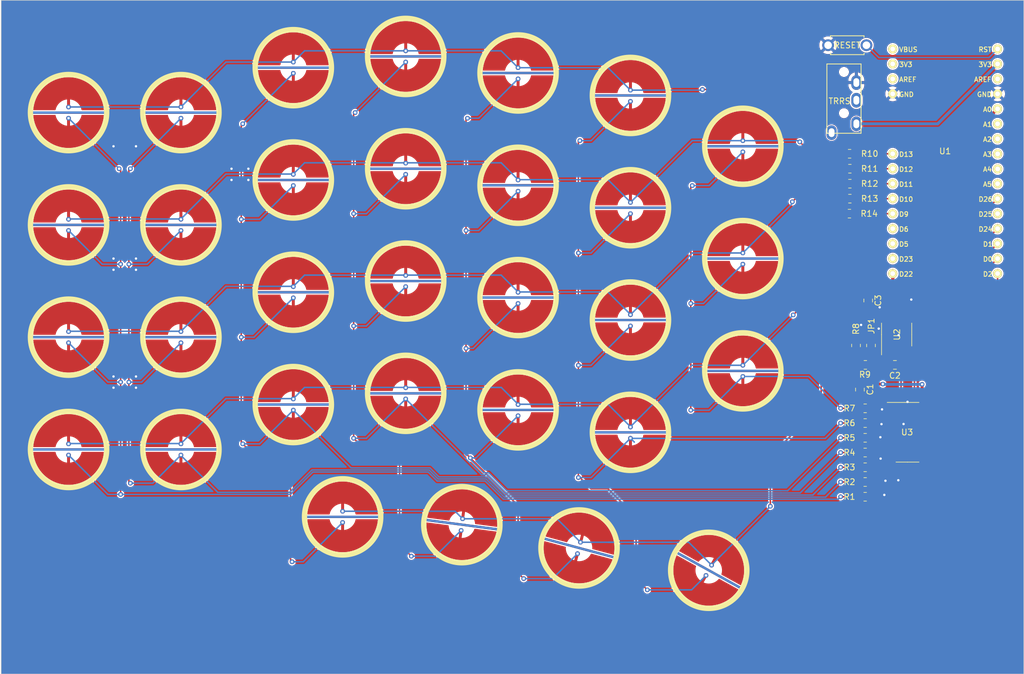
<source format=kicad_pcb>
(kicad_pcb (version 20221018) (generator pcbnew)
  (layers (0 "F.Cu" signal) (31 "B.Cu" signal) (34 "B.Paste" user) (35 "F.Paste" user) (36 "B.SilkS" user "B.Silkscreen") (37 "F.SilkS" user "F.Silkscreen") (38 "B.Mask" user) (39 "F.Mask" user) (44 "Edge.Cuts" user))
  (net 0 "")
  (net 1 "POWER")
  (net 2 "GND")
  (net 3 "DISCHARGE")
  (net 5 "+3.3V")
  (net 7 "ADC")
  (net 8 "Net-(JP1-B)")
  (net 9 "COL0")
  (net 10 "COL1")
  (net 11 "COL2")
  (net 12 "COL3")
  (net 13 "COL4")
  (net 14 "COL5")
  (net 15 "COL6")
  (net 16 "RESET")
  (net 17 "ROW0")
  (net 18 "ROW1")
  (net 19 "ROW2")
  (net 20 "ROW3")
  (net 21 "ROW4")
  (net 23 "SEL0")
  (net 24 "SEL1")
  (net 25 "SEL2")
  (net 26 "EN")
  (net 27 "RAW")
  (net 32 "Net-(R10-Pad2)")
  (net 33 "Net-(R11-Pad2)")
  (net 34 "Net-(R12-Pad2)")
  (net 35 "Net-(R13-Pad2)")
  (net 36 "Net-(R14-Pad2)")
  (footprint "0_tako:ecs_pad_1U_no_ring_90deg" (layer "F.Cu") (at 84.82 95.25 180)
    (fp_text reference "SW31")
    (fp_text value "EC_SW" hide)
  )
  (footprint "0_tako:ecs_pad_1U_no_ring_90deg" (layer "F.Cu") (at 65.77 95.25 180)
    (fp_text reference "SW30")
    (fp_text value "EC_SW" hide)
  )
  (footprint "Resistor_SMD:R_0805_2012Metric_Pad1.20x1.40mm_HandSolder" (layer "F.Cu") (at 200.808375 90.769)
    (fp_text reference "R6")
    (fp_text value "100k")
  )
  (footprint "0_tako:ecs_pad_1U_no_ring_90deg" (layer "F.Cu") (at 132.438488 108.004738 172.5)
    (fp_text reference "SW43")
    (fp_text value "EC_SW" hide)
  )
  (footprint "0_tako:ecs_pad_1U_no_ring_90deg" (layer "F.Cu") (at 161.02 73.29 180)
    (fp_text reference "SW25")
    (fp_text value "EC_SW" hide)
  )
  (footprint "0_tako:ecs_pad_1U_no_ring_90deg" (layer "F.Cu") (at 65.77 57.15 180)
    (fp_text reference "SW10")
    (fp_text value "EC_SW" hide)
  )
  (footprint "Package_SO:SOIC-16_3.9x9.9mm_P1.27mm" (layer "F.Cu") (at 207.983375 92.329)
    (fp_text reference "U3")
    (fp_text value "74HC4051")
  )
  (footprint "0_tako:ecs_pad_1U_no_ring_90deg" (layer "F.Cu") (at 180.07 43.815 180)
    (fp_text reference "SW16")
    (fp_text value "EC_SW" hide)
  )
  (footprint "Resistor_SMD:R_0805_2012Metric_Pad1.20x1.40mm_HandSolder" (layer "F.Cu") (at 198.215 50.165 180)
    (fp_text reference "R12")
    (fp_text value "100" hide)
  )
  (footprint "0_tako:ecs_pad_1U_no_ring_90deg" (layer "F.Cu") (at 122.92 47.625 180)
    (fp_text reference "SW13")
    (fp_text value "EC_SW" hide)
  )
  (footprint "Resistor_SMD:R_0805_2012Metric_Pad1.20x1.40mm_HandSolder" (layer "F.Cu") (at 198.215 52.705 180)
    (fp_text reference "R13")
    (fp_text value "100" hide)
  )
  (footprint "0_tako:ecs_pad_1U_no_ring_90deg" (layer "F.Cu") (at 141.97 31.38 180)
    (fp_text reference "SW04")
    (fp_text value "EC_SW" hide)
  )
  (footprint "0_tako:ecs_pad_1U_no_ring_90deg" (layer "F.Cu") (at 65.77 38.1 180)
    (fp_text reference "SW00")
    (fp_text value "EC_SW" hide)
  )
  (footprint "Resistor_SMD:R_0805_2012Metric_Pad1.20x1.40mm_HandSolder" (layer "F.Cu") (at 200.808375 95.769)
    (fp_text reference "R4")
    (fp_text value "100k")
  )
  (footprint "Capacitor_SMD:C_0805_2012Metric_Pad1.18x1.45mm_HandSolder" (layer "F.Cu") (at 201.317375 69.977 -90)
    (fp_text reference "C3")
    (fp_text value "100n")
  )
  (footprint "0_tako:ecs_pad_1U_no_ring_90deg" (layer "F.Cu") (at 161.02 35.19 180)
    (fp_text reference "SW05")
    (fp_text value "EC_SW" hide)
  )
  (footprint "0_tako:ecs_pad_1U_no_ring_90deg" (layer "F.Cu") (at 84.82 76.2 180)
    (fp_text reference "SW21")
    (fp_text value "EC_SW" hide)
  )
  (footprint "0_tako:ecs_pad_1U_no_ring_90deg" (layer "F.Cu") (at 122.92 66.675 180)
    (fp_text reference "SW23")
    (fp_text value "EC_SW" hide)
  )
  (footprint "Resistor_SMD:R_0805_2012Metric_Pad1.20x1.40mm_HandSolder" (layer "F.Cu") (at 200.808375 103.269)
    (fp_text reference "R1")
    (fp_text value "100k")
  )
  (footprint "Resistor_SMD:R_0805_2012Metric_Pad1.20x1.40mm_HandSolder" (layer "F.Cu") (at 198.1415 55.245 180)
    (fp_text reference "R14")
    (fp_text value "100" hide)
  )
  (footprint "0_tako:ecs_pad_1U_no_ring_90deg" (layer "F.Cu") (at 141.97 50.43 180)
    (fp_text reference "SW14")
    (fp_text value "EC_SW" hide)
  )
  (footprint "Resistor_SMD:R_0805_2012Metric_Pad1.20x1.40mm_HandSolder" (layer "F.Cu") (at 198.1675 45.085 180)
    (fp_text reference "R10")
    (fp_text value "100" hide)
  )
  (footprint "0_tako:ecs_pad_1U_no_ring_90deg" (layer "F.Cu") (at 84.82 57.15 180)
    (fp_text reference "SW11")
    (fp_text value "EC_SW" hide)
  )
  (footprint "0_kbd:ResetSW_1side" (layer "F.Cu") (at 197.775 26.67)
    (fp_text reference "RESET1" hide)
    (fp_text value "SW_PUSH")
  )
  (footprint "0_tako:ecs_pad_1U_no_ring_90deg" (layer "F.Cu") (at 152.304074 111.956181 165)
    (fp_text reference "SW44")
    (fp_text value "EC_SW" hide)
  )
  (footprint "0_tako:ecs_pad_1U_no_ring_90deg" (layer "F.Cu") (at 174.29 115.745 151)
    (fp_text reference "SW45")
    (fp_text value "EC_SW" hide)
  )
  (footprint "Resistor_SMD:R_0805_2012Metric_Pad1.20x1.40mm_HandSolder" (layer "F.Cu") (at 198.215 47.625 180)
    (fp_text reference "R11")
    (fp_text value "100" hide)
  )
  (footprint "0_ae_nrf52840:ae_nrf52840" (layer "F.Cu") (at 214.36 46.421)
    (fp_text reference "U1")
    (fp_text value "~")
  )
  (footprint "0_tako:ecs_pad_1U_no_ring_90deg" (layer "F.Cu") (at 161.02 92.34 180)
    (fp_text reference "SW35")
    (fp_text value "EC_SW" hide)
  )
  (footprint "0_tako:ecs_pad_1U_no_ring_90deg" (layer "F.Cu") (at 103.87 87.63 180)
    (fp_text reference "SW32")
    (fp_text value "EC_SW" hide)
  )
  (footprint "Resistor_SMD:R_0805_2012Metric_Pad1.20x1.40mm_HandSolder" (layer "F.Cu") (at 201.795125 77.61 -90)
    (fp_text reference "JP1")
    (fp_text value "Jumper_2_Open")
  )
  (footprint "0_tako:ecs_pad_1U_no_ring_90deg" (layer "F.Cu") (at 65.77 76.2 180)
    (fp_text reference "SW20")
    (fp_text value "EC_SW" hide)
  )
  (footprint "Resistor_SMD:R_0805_2012Metric_Pad1.20x1.40mm_HandSolder" (layer "F.Cu") (at 200.808375 93.269)
    (fp_text reference "R5")
    (fp_text value "100k")
  )
  (footprint "0_tako:ecs_pad_1U_no_ring_90deg" (layer "F.Cu") (at 122.92 85.725 180)
    (fp_text reference "SW33")
    (fp_text value "EC_SW" hide)
  )
  (footprint "0_tako:ecs_pad_1U_no_ring_90deg" (layer "F.Cu") (at 103.87 49.53 180)
    (fp_text reference "SW12")
    (fp_text value "EC_SW" hide)
  )
  (footprint "Capacitor_SMD:C_0805_2012Metric_Pad1.18x1.45mm_HandSolder" (layer "F.Cu") (at 205.851875 80.896)
    (fp_text reference "C2")
    (fp_text value "220p")
  )
  (footprint "0_tako:ecs_pad_1U_no_ring_90deg" (layer "F.Cu") (at 112.227 106.68 180)
    (fp_text reference "SW42")
    (fp_text value "EC_SW" hide)
  )
  (footprint "Resistor_SMD:R_0805_2012Metric_Pad1.20x1.40mm_HandSolder" (layer "F.Cu") (at 200.842625 80.896 180)
    (fp_text reference "R9")
    (fp_text value "1k")
  )
  (footprint "0_tako:ecs_pad_1U_no_ring_90deg" (layer "F.Cu") (at 180.07 62.865 180)
    (fp_text reference "SW26")
    (fp_text value "EC_SW" hide)
  )
  (footprint "0_tako:ecs_pad_1U_no_ring_90deg" (layer "F.Cu") (at 161.02 54.24 180)
    (fp_text reference "SW15")
    (fp_text value "EC_SW" hide)
  )
  (footprint "0_tako:ecs_pad_1U_no_ring_90deg" (layer "F.Cu") (at 180.07 81.915 180)
    (fp_text reference "SW36")
    (fp_text value "EC_SW" hide)
  )
  (footprint "0_kbd:MJ-4PP-9_1side" (layer "F.Cu") (at 197.215 29.705)
    (fp_text reference "J1")
    (fp_text value "MJ-4PP-9" hide)
  )
  (footprint "0_tako:ecs_pad_1U_no_ring_90deg" (layer "F.Cu") (at 141.97 88.53 180)
    (fp_text reference "SW34")
    (fp_text value "EC_SW" hide)
  )
  (footprint "Resistor_SMD:R_0805_2012Metric_Pad1.20x1.40mm_HandSolder" (layer "F.Cu") (at 200.808375 88.269)
    (fp_text reference "R7")
    (fp_text value "100k")
  )
  (footprint "0_tako:ecs_pad_1U_no_ring_90deg" (layer "F.Cu") (at 141.97 69.48 180)
    (fp_text reference "SW24")
    (fp_text value "EC_SW" hide)
  )
  (footprint "Resistor_SMD:R_0805_2012Metric_Pad1.20x1.40mm_HandSolder" (layer "F.Cu") (at 200.808375 100.769)
    (fp_text reference "R2")
    (fp_text value "100k")
  )
  (footprint "Resistor_SMD:R_0805_2012Metric_Pad1.20x1.40mm_HandSolder" (layer "F.Cu") (at 199.255125 77.61 90)
    (fp_text reference "R8")
    (fp_text value "100k")
  )
  (footprint "Resistor_SMD:R_0805_2012Metric_Pad1.20x1.40mm_HandSolder" (layer "F.Cu") (at 200.808375 98.269)
    (fp_text reference "R3")
    (fp_text value "100k")
  )
  (footprint "0_tako:ecs_pad_1U_no_ring_90deg" (layer "F.Cu") (at 84.82 38.1 180)
    (fp_text reference "SW01")
    (fp_text value "EC_SW" hide)
  )
  (footprint "0_tako:ecs_pad_1U_no_ring_90deg" (layer "F.Cu") (at 103.87 30.48 180)
    (fp_text reference "SW02")
    (fp_text value "EC_SW" hide)
  )
  (footprint "0_tako:ecs_pad_1U_no_ring_90deg" (layer "F.Cu") (at 103.87 68.58 180)
    (fp_text reference "SW22")
    (fp_text value "EC_SW" hide)
  )
  (footprint "0_tako:ecs_pad_1U_no_ring_90deg" (layer "F.Cu") (at 122.92 28.575 180)
    (fp_text reference "SW03")
    (fp_text value "EC_SW" hide)
  )
  (footprint "Package_SO:SOIC-8_3.9x4.9mm_P1.27mm" (layer "F.Cu") (at 206.143375 75.754 90)
    (fp_text reference "U2")
    (fp_text value "OPA350")
  )
  (footprint "Capacitor_SMD:C_0805_2012Metric_Pad1.18x1.45mm_HandSolder" (layer "F.Cu") (at 199.920375 85.09 -90)
    (fp_text reference "C1")
    (fp_text value "100n")
  )
  (gr_line (start 227.695 19.05) (end 113.395 19.05) (stroke (width 0.1)) (layer "Edge.Cuts"))
  (gr_line (start 113.395 19.05) (end 54.34 19.05) (stroke (width 0.1)) (layer "Edge.Cuts"))
  (gr_line (start 227.695 133.35) (end 227.695 19.05) (stroke (width 0.1)) (layer "Edge.Cuts"))
  (gr_line (start 54.34 133.35) (end 227.695 133.35) (stroke (width 0.1)) (layer "Edge.Cuts"))
  (gr_line (start 54.34 19.05) (end 54.34 133.35) (stroke (width 0.1)) (layer "Edge.Cuts"))
  (segment (start 200.017875 84.15) (end 199.920375 84.0525) (width 0.5) (layer "F.Cu") (net 1))
  (segment (start 197.634375 74.6975) (end 201.317375 71.0145) (width 0.5) (layer "F.Cu") (net 1))
  (segment (start 210.458375 87.884) (end 210.458375 84.201) (width 0.5) (layer "F.Cu") (net 1))
  (segment (start 201.317375 71.0145) (end 205.475 66.856875) (width 0.5) (layer "F.Cu") (net 1))
  (segment (start 205.475 66.856875) (end 205.475 65.405) (width 0.5) (layer "F.Cu") (net 1))
  (segment (start 205.508375 65.438375) (end 205.475 65.405) (width 0.5) (layer "F.Cu") (net 1))
  (segment (start 197.634375 81.7665) (end 197.634375 74.6975) (width 0.5) (layer "F.Cu") (net 1))
  (segment (start 205.508375 73.279) (end 205.508375 65.438375) (width 0.5) (layer "F.Cu") (net 1))
  (segment (start 203.805 84.15) (end 200.017875 84.15) (width 0.5) (layer "F.Cu") (net 1))
  (segment (start 199.920375 84.0525) (end 197.634375 81.7665) (width 0.5) (layer "F.Cu") (net 1))
  (via (at 210.458375 84.201) (size 0.8) (drill 0.4) (layers "F.Cu" "B.Cu") (net 1))
  (via (at 203.805 84.15) (size 0.8) (drill 0.4) (layers "F.Cu" "B.Cu") (net 1))
  (segment (start 203.856 84.201) (end 203.805 84.15) (width 0.5) (layer "B.Cu") (net 1))
  (segment (start 210.458375 84.201) (end 205.635375 84.201) (width 0.5) (layer "B.Cu") (net 1))
  (segment (start 205.635375 84.201) (end 203.856 84.201) (width 0.5) (layer "B.Cu") (net 1))
  (via (at 96.25 47.625) (size 0.8) (drill 0.4) (layers "F.Cu" "B.Cu") (net 2))
  (via (at 77.2 82.8675) (size 0.8) (drill 0.4) (layers "F.Cu" "B.Cu") (net 2))
  (via (at 77.2 62.865) (size 0.8) (drill 0.4) (layers "F.Cu" "B.Cu") (net 2))
  (via (at 203.385 93.17) (size 0.8) (drill 0.4) (layers "F.Cu" "B.Cu") (net 2))
  (via (at 206.425 100.47) (size 0.8) (drill 0.4) (layers "F.Cu" "B.Cu") (net 2))
  (via (at 73.39 84.7725) (size 0.8) (drill 0.4) (layers "F.Cu" "B.Cu") (net 2))
  (via (at 207.985 87.17) (size 0.8) (drill 0.4) (layers "F.Cu" "B.Cu") (net 2))
  (via (at 203.425 96.8) (size 0.8) (drill 0.4) (layers "F.Cu" "B.Cu") (net 2))
  (via (at 204.245 100.56) (size 0.8) (drill 0.4) (layers "F.Cu" "B.Cu") (net 2))
  (via (at 73.39 62.865) (size 0.8) (drill 0.4) (layers "F.Cu" "B.Cu") (net 2))
  (via (at 77.2 43.815) (size 0.8) (drill 0.4) (layers "F.Cu" "B.Cu") (net 2))
  (via (at 206.485 75.85) (size 0.8) (drill 0.4) (layers "F.Cu" "B.Cu") (net 2))
  (via (at 73.39 64.77) (size 0.8) (drill 0.4) (layers "F.Cu" "B.Cu") (net 2))
  (via (at 200.115 74.12) (size 0.8) (drill 0.4) (layers "F.Cu" "B.Cu") (net 2))
  (via (at 208.625 69.82) (size 0.8) (drill 0.4) (layers "F.Cu" "B.Cu") (net 2))
  (via (at 93.3925 49.53) (size 0.8) (drill 0.4) (layers "F.Cu" "B.Cu") (net 2))
  (via (at 207.315 90.93) (size 0.8) (drill 0.4) (layers "F.Cu" "B.Cu") (net 2))
  (via (at 93.3925 47.625) (size 0.8) (drill 0.4) (layers "F.Cu" "B.Cu") (net 2))
  (via (at 77.2 64.77) (size 0.8) (drill 0.4) (layers "F.Cu" "B.Cu") (net 2))
  (via (at 203.665 88.45) (size 0.8) (drill 0.4) (layers "F.Cu" "B.Cu") (net 2))
  (via (at 203.105 74.75) (size 0.8) (drill 0.4) (layers "F.Cu" "B.Cu") (net 2))
  (via (at 73.39 43.815) (size 0.8) (drill 0.4) (layers "F.Cu" "B.Cu") (net 2))
  (via (at 73.39 82.8675) (size 0.8) (drill 0.4) (layers "F.Cu" "B.Cu") (net 2))
  (via (at 204.055 102.96) (size 0.8) (drill 0.4) (layers "F.Cu" "B.Cu") (net 2))
  (via (at 96.25 49.53) (size 0.8) (drill 0.4) (layers "F.Cu" "B.Cu") (net 2))
  (via (at 203.575 90.95) (size 0.8) (drill 0.4) (layers "F.Cu" "B.Cu") (net 2))
  (via (at 203.265 71.13) (size 0.8) (drill 0.4) (layers "F.Cu" "B.Cu") (net 2))
  (via (at 77.2 84.7725) (size 0.8) (drill 0.4) (layers "F.Cu" "B.Cu") (net 2))
  (segment (start 206.778375 78.229) (end 206.778375 76.966625) (width 0.25) (layer "F.Cu") (net 3))
  (segment (start 206.889375 89.27833) (end 205.743705 90.424) (width 0.25) (layer "F.Cu") (net 3))
  (segment (start 206.889375 80.896) (end 206.889375 89.27833) (width 0.25) (layer "F.Cu") (net 3))
  (segment (start 210.195 73.55) (end 210.195 65.765) (width 0.25) (layer "F.Cu") (net 3))
  (segment (start 206.889375 80.896) (end 206.494375 81.291) (width 0.25) (layer "F.Cu") (net 3))
  (segment (start 206.778375 78.229) (end 206.778375 80.896) (width 0.25) (layer "F.Cu") (net 3))
  (segment (start 210.195 65.765) (end 223.255 52.705) (width 0.25) (layer "F.Cu") (net 3))
  (segment (start 206.778375 76.966625) (end 210.195 73.55) (width 0.25) (layer "F.Cu") (net 3))
  (segment (start 205.743705 90.424) (end 205.508375 90.424) (width 0.25) (layer "F.Cu") (net 3))
  (segment (start 213.095 40.005) (end 199.315 40.005) (width 0.5) (layer "B.Cu") (net 5))
  (segment (start 223.255 29.845) (end 213.095 40.005) (width 0.5) (layer "B.Cu") (net 5))
  (segment (start 216.01975 44.70025) (end 223.255 37.465) (width 0.5) (layer "F.Cu") (net 7))
  (segment (start 216.01975 51.72525) (end 216.01975 44.70025) (width 0.5) (layer "F.Cu") (net 7))
  (segment (start 201.795125 76.61) (end 199.255125 76.61) (width 0.5) (layer "F.Cu") (net 7))
  (segment (start 206.778375 73.832528) (end 206.778375 73.279) (width 0.5) (layer "F.Cu") (net 7))
  (segment (start 201.795125 76.61) (end 204.000903 76.61) (width 0.5) (layer "F.Cu") (net 7))
  (segment (start 206.778375 73.279) (end 206.778375 60.966625) (width 0.5) (layer "F.Cu") (net 7))
  (segment (start 206.778375 60.966625) (end 216.01975 51.72525) (width 0.5) (layer "F.Cu") (net 7))
  (segment (start 204.000903 76.61) (end 206.778375 73.832528) (width 0.5) (layer "F.Cu") (net 7))
  (segment (start 205.183375 79.529) (end 202.714125 79.529) (width 0.25) (layer "F.Cu") (net 8))
  (segment (start 201.795125 80.8645) (end 201.842625 80.912) (width 0.25) (layer "F.Cu") (net 8))
  (segment (start 202.714125 79.529) (end 201.795125 78.61) (width 0.25) (layer "F.Cu") (net 8))
  (segment (start 201.795125 78.61) (end 199.255125 78.61) (width 0.25) (layer "F.Cu") (net 8))
  (segment (start 201.795125 78.61) (end 201.795125 80.8645) (width 0.25) (layer "F.Cu") (net 8))
  (segment (start 205.508375 79.204) (end 205.183375 79.529) (width 0.25) (layer "F.Cu") (net 8))
  (segment (start 205.508375 78.229) (end 205.508375 79.204) (width 0.25) (layer "F.Cu") (net 8))
  (segment (start 209.258375 93.189) (end 209.483375 92.964) (width 0.25) (layer "F.Cu") (net 9))
  (segment (start 209.483375 92.964) (end 210.458375 92.964) (width 0.25) (layer "F.Cu") (net 9))
  (segment (start 209.258375 99.929) (end 209.258375 93.189) (width 0.25) (layer "F.Cu") (net 9))
  (segment (start 74.595 47.8775) (end 74.595 63.8175) (width 0.25) (layer "F.Cu") (net 9))
  (segment (start 199.808375 103.269) (end 200.833375 104.294) (width 0.25) (layer "F.Cu") (net 9))
  (segment (start 74.595 63.8175) (end 74.595 83.82) (width 0.25) (layer "F.Cu") (net 9))
  (segment (start 74.595 83.82) (end 74.595 102.87) (width 0.25) (layer "F.Cu") (net 9))
  (segment (start 204.893375 104.294) (end 209.258375 99.929) (width 0.25) (layer "F.Cu") (net 9))
  (segment (start 196.648375 103.269) (end 199.808375 103.269) (width 0.25) (layer "F.Cu") (net 9))
  (segment (start 74.3425 47.625) (end 74.595 47.8775) (width 0.25) (layer "F.Cu") (net 9))
  (segment (start 200.833375 104.294) (end 204.893375 104.294) (width 0.25) (layer "F.Cu") (net 9))
  (via (at 74.595 63.8175) (size 0.8) (drill 0.4) (layers "F.Cu" "B.Cu") (net 9))
  (via (at 65.77 58.1025) (size 0.8) (drill 0.4) (layers "F.Cu" "B.Cu") (net 9))
  (via (at 65.77 96.2025) (size 0.8) (drill 0.4) (layers "F.Cu" "B.Cu") (net 9))
  (via (at 74.3425 47.625) (size 0.8) (drill 0.4) (layers "F.Cu" "B.Cu") (net 9))
  (via (at 65.77 39.0525) (size 0.8) (drill 0.4) (layers "F.Cu" "B.Cu") (net 9))
  (via (at 196.648375 103.269) (size 0.8) (drill 0.4) (layers "F.Cu" "B.Cu") (net 9))
  (via (at 74.595 102.87) (size 0.8) (drill 0.4) (layers "F.Cu" "B.Cu") (net 9))
  (via (at 74.595 83.82) (size 0.8) (drill 0.4) (layers "F.Cu" "B.Cu") (net 9))
  (via (at 65.77 77.1525) (size 0.8) (drill 0.4) (layers "F.Cu" "B.Cu") (net 9))
  (segment (start 139.47325 103.6825) (end 196.234875 103.6825) (width 0.25) (layer "B.Cu") (net 9))
  (segment (start 71.485 63.8175) (end 74.595 63.8175) (width 0.25) (layer "B.Cu") (net 9))
  (segment (start 139.47325 103.6825) (end 136.39075 100.6) (width 0.25) (layer "B.Cu") (net 9))
  (segment (start 196.234875 103.6825) (end 196.648375 103.269) (width 0.25) (layer "B.Cu") (net 9))
  (segment (start 128.26275 100.6) (end 126.73875 99.076) (width 0.25) (layer "B.Cu") (net 9))
  (segment (start 65.77 39.0525) (end 74.3425 47.625) (width 0.25) (layer "B.Cu") (net 9))
  (segment (start 72.4375 83.82) (end 74.595 83.82) (width 0.25) (layer "B.Cu") (net 9))
  (segment (start 107.18075 99.076) (end 103.38675 102.87) (width 0.25) (layer "B.Cu") (net 9))
  (segment (start 65.77 96.2025) (end 72.4375 102.87) (width 0.25) (layer "B.Cu") (net 9))
  (segment (start 103.38675 102.87) (end 74.595 102.87) (width 0.25) (layer "B.Cu") (net 9))
  (segment (start 65.77 77.1525) (end 72.4375 83.82) (width 0.25) (layer "B.Cu") (net 9))
  (segment (start 72.4375 102.87) (end 74.595 102.87) (width 0.25) (layer "B.Cu") (net 9))
  (segment (start 136.39075 100.6) (end 128.26275 100.6) (width 0.25) (layer "B.Cu") (net 9))
  (segment (start 126.73875 99.076) (end 107.18075 99.076) (width 0.25) (layer "B.Cu") (net 9))
  (segment (start 65.77 58.1025) (end 71.485 63.8175) (width 0.25) (layer "B.Cu") (net 9))
  (segment (start 206.898401 101.794) (end 208.908375 99.784026) (width 0.25) (layer "F.Cu") (net 10))
  (segment (start 75.995 100.7125) (end 75.995 83.82) (width 0.25) (layer "F.Cu") (net 10))
  (segment (start 199.808375 100.769) (end 200.833375 101.794) (width 0.25) (layer "F.Cu") (net 10))
  (segment (start 75.995 47.8775) (end 76.2475 47.625) (width 0.25) (layer "F.Cu") (net 10))
  (segment (start 196.648375 100.769) (end 199.808375 100.769) (width 0.25) (layer "F.Cu") (net 10))
  (segment (start 200.833375 101.794) (end 206.898401 101.794) (width 0.25) (layer "F.Cu") (net 10))
  (segment (start 75.995 63.8175) (end 75.995 47.8775) (width 0.25) (layer "F.Cu") (net 10))
  (segment (start 76.2475 100.965) (end 75.995 100.7125) (width 0.25) (layer "F.Cu") (net 10))
  (segment (start 208.908375 92.269) (end 209.483375 91.694) (width 0.25) (layer "F.Cu") (net 10))
  (segment (start 208.908375 99.784026) (end 208.908375 92.269) (width 0.25) (layer "F.Cu") (net 10))
  (segment (start 209.483375 91.694) (end 210.458375 91.694) (width 0.25) (layer "F.Cu") (net 10))
  (segment (start 75.995 83.82) (end 75.995 63.8175) (width 0.25) (layer "F.Cu") (net 10))
  (via (at 84.82 39.0525) (size 0.8) (drill 0.4) (layers "F.Cu" "B.Cu") (net 10))
  (via (at 196.648375 100.769) (size 0.8) (drill 0.4) (layers "F.Cu" "B.Cu") (net 10))
  (via (at 84.82 96.2025) (size 0.8) (drill 0.4) (layers "F.Cu" "B.Cu") (net 10))
  (via (at 76.2475 47.625) (size 0.8) (drill 0.4) (layers "F.Cu" "B.Cu") (net 10))
  (via (at 76.2475 100.965) (size 0.8) (drill 0.4) (layers "F.Cu" "B.Cu") (net 10))
  (via (at 84.82 77.1525) (size 0.8) (drill 0.4) (layers "F.Cu" "B.Cu") (net 10))
  (via (at 84.82 58.1025) (size 0.8) (drill 0.4) (layers "F.Cu" "B.Cu") (net 10))
  (via (at 75.995 63.8175) (size 0.8) (drill 0.4) (layers "F.Cu" "B.Cu") (net 10))
  (via (at 75.995 83.82) (size 0.8) (drill 0.4) (layers "F.Cu" "B.Cu") (net 10))
  (segment (start 79.105 63.8175) (end 75.995 63.8175) (width 0.25) (layer "B.Cu") (net 10))
  (segment (start 139.608062 103.309313) (end 139.631249 103.3325) (width 0.25) (layer "B.Cu") (net 10))
  (segment (start 80.0575 100.965) (end 76.2475 100.965) (width 0.25) (layer "B.Cu") (net 10))
  (segment (start 84.82 96.2025) (end 80.0575 100.965) (width 0.25) (layer "B.Cu") (net 10))
  (segment (start 103.241776 102.52) (end 91.06675 102.52) (width 0.25) (layer "B.Cu") (net 10))
  (segment (start 84.82 96.27325) (end 84.82 96.2025) (width 0.25) (layer "B.Cu") (net 10))
  (segment (start 84.82 58.1025) (end 79.105 63.8175) (width 0.25) (layer "B.Cu") (net 10))
  (segment (start 84.82 77.1525) (end 78.1525 83.82) (width 0.25) (layer "B.Cu") (net 10))
  (segment (start 139.608062 103.309313) (end 136.54875 100.25) (width 0.25) (layer "B.Cu") (net 10))
  (segment (start 78.1525 83.82) (end 75.995 83.82) (width 0.25) (layer "B.Cu") (net 10))
  (segment (start 136.54875 100.25) (end 128.407724 100.25) (width 0.25) (layer "B.Cu") (net 10))
  (segment (start 91.06675 102.52) (end 84.82 96.27325) (width 0.25) (layer "B.Cu") (net 10))
  (segment (start 139.631249 103.3325) (end 194.084875 103.3325) (width 0.25) (layer "B.Cu") (net 10))
  (segment (start 107.035776 98.726) (end 103.241776 102.52) (width 0.25) (layer "B.Cu") (net 10))
  (segment (start 194.084875 103.3325) (end 196.648375 100.769) (width 0.25) (layer "B.Cu") (net 10))
  (segment (start 139.63125 103.3325) (end 139.608062 103.309313) (width 0.25) (layer "B.Cu") (net 10))
  (segment (start 76.2475 47.625) (end 84.82 39.0525) (width 0.25) (layer "B.Cu") (net 10))
  (segment (start 128.407724 100.25) (end 126.883724 98.726) (width 0.25) (layer "B.Cu") (net 10))
  (segment (start 126.883724 98.726) (end 107.035776 98.726) (width 0.25) (layer "B.Cu") (net 10))
  (segment (start 95.2975 40.005) (end 95.045 40.2575) (width 0.25) (layer "F.Cu") (net 11))
  (segment (start 95.045 40.2575) (end 95.045 56.1975) (width 0.25) (layer "F.Cu") (net 11))
  (segment (start 208.558375 98.119) (end 208.558375 91.349) (width 0.25) (layer "F.Cu") (net 11))
  (segment (start 97.455 96.455) (end 95.2975 94.2975) (width 0.25) (layer "F.Cu") (net 11))
  (segment (start 95.045 56.1975) (end 95.045 76.2) (width 0.25) (layer "F.Cu") (net 11))
  (segment (start 207.383375 99.294) (end 208.558375 98.119) (width 0.25) (layer "F.Cu") (net 11))
  (segment (start 95.2975 94.2975) (end 95.045 94.045) (width 0.25) (layer "F.Cu") (net 11))
  (segment (start 199.808375 98.269) (end 200.833375 99.294) (width 0.25) (layer "F.Cu") (net 11))
  (segment (start 103.6545 114.3) (end 103.402 114.0475) (width 0.25) (layer "F.Cu") (net 11))
  (segment (start 103.402 97.155) (end 102.702 96.455) (width 0.25) (layer "F.Cu") (net 11))
  (segment (start 103.402 114.0475) (end 103.402 97.155) (width 0.25) (layer "F.Cu") (net 11))
  (segment (start 200.833375 99.294) (end 207.383375 99.294) (width 0.25) (layer "F.Cu") (net 11))
  (segment (start 95.045 94.045) (end 95.045 76.2) (width 0.25) (layer "F.Cu") (net 11))
  (segment (start 209.483375 90.424) (end 210.458375 90.424) (width 0.25) (layer "F.Cu") (net 11))
  (segment (start 208.558375 91.349) (end 209.483375 90.424) (width 0.25) (layer "F.Cu") (net 11))
  (segment (start 196.648375 98.269) (end 199.808375 98.269) (width 0.25) (layer "F.Cu") (net 11))
  (segment (start 102.702 96.455) (end 97.455 96.455) (width 0.25) (layer "F.Cu") (net 11))
  (via (at 103.87 31.4325) (size 0.8) (drill 0.4) (layers "F.Cu" "B.Cu") (net 11))
  (via (at 95.045 76.2) (size 0.8) (drill 0.4) (layers "F.Cu" "B.Cu") (net 11))
  (via (at 112.227 107.6325) (size 0.8) (drill 0.4) (layers "F.Cu" "B.Cu") (net 11))
  (via (at 103.87 50.4825) (size 0.8) (drill 0.4) (layers "F.Cu" "B.Cu") (net 11))
  (via (at 103.87 88.5825) (size 0.8) (drill 0.4) (layers "F.Cu" "B.Cu") (net 11))
  (via (at 95.2975 94.2975) (size 0.8) (drill 0.4) (layers "F.Cu" "B.Cu") (net 11))
  (via (at 103.87 69.5325) (size 0.8) (drill 0.4) (layers "F.Cu" "B.Cu") (net 11))
  (via (at 95.045 56.1975) (size 0.8) (drill 0.4) (layers "F.Cu" "B.Cu") (net 11))
  (via (at 196.648375 98.269) (size 0.8) (drill 0.4) (layers "F.Cu" "B.Cu") (net 11))
  (via (at 95.2975 40.005) (size 0.8) (drill 0.4) (layers "F.Cu" "B.Cu") (net 11))
  (via (at 103.6545 114.3) (size 0.8) (drill 0.4) (layers "F.Cu" "B.Cu") (net 11))
  (segment (start 103.87 88.5825) (end 113.6635 98.376) (width 0.25) (layer "B.Cu") (net 11))
  (segment (start 97.2025 76.2) (end 95.045 76.2) (width 0.25) (layer "B.Cu") (net 11))
  (segment (start 103.87 31.4325) (end 95.2975 40.005) (width 0.25) (layer "B.Cu") (net 11))
  (segment (start 103.87 88.5825) (end 98.155 94.2975) (width 0.25) (layer "B.Cu") (net 11))
  (segment (start 98.155 94.2975) (end 95.2975 94.2975) (width 0.25) (layer "B.Cu") (net 11))
  (segment (start 136.70675 99.9) (end 139.78925 102.9825) (width 0.25) (layer "B.Cu") (net 11))
  (segment (start 139.78925 102.9825) (end 191.934875 102.9825) (width 0.25) (layer "B.Cu") (net 11))
  (segment (start 128.552698 99.9) (end 136.70675 99.9) (width 0.25) (layer "B.Cu") (net 11))
  (segment (start 112.227 107.6325) (end 105.5595 114.3) (width 0.25) (layer "B.Cu") (net 11))
  (segment (start 113.6635 98.376) (end 127.028698 98.376) (width 0.25) (layer "B.Cu") (net 11))
  (segment (start 98.155 56.1975) (end 95.045 56.1975) (width 0.25) (layer "B.Cu") (net 11))
  (segment (start 127.028698 98.376) (end 128.552698 99.9) (width 0.25) (layer "B.Cu") (net 11))
  (segment (start 191.934875 102.9825) (end 196.648375 98.269) (width 0.25) (layer "B.Cu") (net 11))
  (segment (start 103.87 50.4825) (end 98.155 56.1975) (width 0.25) (layer "B.Cu") (net 11))
  (segment (start 103.87 88.5825) (end 103.6545 88.5825) (width 0.25) (layer "B.Cu") (net 11))
  (segment (start 103.87 69.5325) (end 97.2025 76.2) (width 0.25) (layer "B.Cu") (net 11))
  (segment (start 105.5595 114.3) (end 103.6545 114.3) (width 0.25) (layer "B.Cu") (net 11))
  (segment (start 199.808375 95.769) (end 200.833375 94.744) (width 0.25) (layer "F.Cu") (net 12))
  (segment (start 120.017036 95.295464) (end 121.876572 97.155) (width 0.25) (layer "F.Cu") (net 12))
  (segment (start 114.095 38.3525) (end 114.095 55.245) (width 0.25) (layer "F.Cu") (net 12))
  (segment (start 121.876572 111.351572) (end 123.8725 113.3475) (width 0.25) (layer "F.Cu") (net 12))
  (segment (start 116.045464 95.295464) (end 120.017036 95.295464) (width 0.25) (layer "F.Cu") (net 12))
  (segment (start 121.876572 97.155) (end 121.876572 111.351572) (width 0.25) (layer "F.Cu") (net 12))
  (segment (start 204.953375 92.964) (end 205.508375 92.964) (width 0.25) (layer "F.Cu") (net 12))
  (segment (start 114.3475 38.1) (end 114.095 38.3525) (width 0.25) (layer "F.Cu") (net 12))
  (segment (start 114.095 74.295) (end 114.095 93.345) (width 0.25) (layer "F.Cu") (net 12))
  (segment (start 196.648375 95.769) (end 199.808375 95.769) (width 0.25) (layer "F.Cu") (net 12))
  (segment (start 114.095 93.345) (end 116.045464 95.295464) (width 0.25) (layer "F.Cu") (net 12))
  (segment (start 203.173375 94.744) (end 204.953375 92.964) (width 0.25) (layer "F.Cu") (net 12))
  (segment (start 200.833375 94.744) (end 203.173375 94.744) (width 0.25) (layer "F.Cu") (net 12))
  (segment (start 114.095 55.245) (end 114.095 74.295) (width 0.25) (layer "F.Cu") (net 12))
  (via (at 114.095 74.295) (size 0.8) (drill 0.4) (layers "F.Cu" "B.Cu") (net 12))
  (via (at 196.648375 95.769) (size 0.8) (drill 0.4) (layers "F.Cu" "B.Cu") (net 12))
  (via (at 122.92 86.6775) (size 0.8) (drill 0.4) (layers "F.Cu" "B.Cu") (net 12))
  (via (at 123.8725 113.3475) (size 0.8) (drill 0.4) (layers "F.Cu" "B.Cu") (net 12))
  (via (at 122.92 67.6275) (size 0.8) (drill 0.4) (layers "F.Cu" "B.Cu") (net 12))
  (via (at 114.095 55.245) (size 0.8) (drill 0.4) (layers "F.Cu" "B.Cu") (net 12))
  (via (at 114.3475 38.1) (size 0.8) (drill 0.4) (layers "F.Cu" "B.Cu") (net 12))
  (via (at 114.095 93.345) (size 0.8) (drill 0.4) (layers "F.Cu" "B.Cu") (net 12))
  (via (at 122.92 29.5275) (size 0.8) (drill 0.4) (layers "F.Cu" "B.Cu") (net 12))
  (via (at 132.318488 108.984738) (size 0.8) (drill 0.4) (layers "F.Cu" "B.Cu") (net 12))
  (via (at 122.92 48.5775) (size 0.8) (drill 0.4) (layers "F.Cu" "B.Cu") (net 12))
  (segment (start 127.955726 113.3475) (end 132.318488 108.984738) (width 0.25) (layer "B.Cu") (net 12))
  (segment (start 186.55525 102.6325) (end 186.55475 102.632) (width 0.25) (layer "B.Cu") (net 12))
  (segment (start 123.8725 113.3475) (end 127.955726 113.3475) (width 0.25) (layer "B.Cu") (net 12))
  (segment (start 135.7925 99.55) (end 122.92 86.6775) (width 0.25) (layer "B.Cu") (net 12))
  (segment (start 189.785375 102.632) (end 196.648375 95.769) (width 0.25) (layer "B.Cu") (net 12))
  (segment (start 122.92 29.5275) (end 114.3475 38.1) (width 0.25) (layer "B.Cu") (net 12))
  (segment (start 136.86475 99.55) (end 135.7925 99.55) (width 0.25) (layer "B.Cu") (net 12))
  (segment (start 186.55475 102.632) (end 189.785375 102.632) (width 0.25) (layer "B.Cu") (net 12))
  (segment (start 186.55475 102.632) (end 139.94675 102.632) (width 0.25) (layer "B.Cu") (net 12))
  (segment (start 122.92 86.6775) (end 116.2525 93.345) (width 0.25) (layer "B.Cu") (net 12))
  (segment (start 122.92 67.6275) (end 116.2525 74.295) (width 0.25) (layer "B.Cu") (net 12))
  (segment (start 122.92 48.5775) (end 116.2525 55.245) (width 0.25) (layer "B.Cu") (net 12))
  (segment (start 116.2525 55.245) (end 114.095 55.245) (width 0.25) (layer "B.Cu") (net 12))
  (segment (start 116.2525 74.295) (end 114.095 74.295) (width 0.25) (layer "B.Cu") (net 12))
  (segment (start 116.2525 93.345) (end 114.095 93.345) (width 0.25) (layer "B.Cu") (net 12))
  (segment (start 139.94675 102.632) (end 136.86475 99.55) (width 0.25) (layer "B.Cu") (net 12))
  (segment (start 196.648375 93.269) (end 199.808375 93.269) (width 0.25) (layer "F.Cu") (net 13))
  (segment (start 142.9225 117.1575) (end 141.97 116.205) (width 0.25) (layer "F.Cu") (net 13))
  (segment (start 200.833375 92.244) (end 204.958375 92.244) (width 0.25) (layer "F.Cu") (net 13))
  (segment (start 204.958375 92.244) (end 205.508375 91.694) (width 0.25) (layer "F.Cu") (net 13))
  (segment (start 133.145 78.105) (end 133.145 58.1025) (width 0.25) (layer "F.Cu") (net 13))
  (segment (start 133.145 58.1025) (end 133.145 39.305) (width 0.25) (layer "F.Cu") (net 13))
  (segment (start 141.97 116.205) (end 141.97 104.775) (width 0.25) (layer "F.Cu") (net 13))
  (segment (start 133.145 95.95) (end 133.145 78.105) (width 0.25) (layer "F.Cu") (net 13))
  (segment (start 133.87375 96.67875) (end 133.145 95.95) (width 0.25) (layer "F.Cu") (net 13))
  (segment (start 199.808375 93.269) (end 200.833375 92.244) (width 0.25) (layer "F.Cu") (net 13))
  (segment (start 141.97 104.775) (end 133.87375 96.67875) (width 0.25) (layer "F.Cu") (net 13))
  (segment (start 133.145 39.305) (end 133.3975 39.0525) (width 0.25) (layer "F.Cu") (net 13))
  (via (at 141.97 70.485) (size 0.8) (drill 0.4) (layers "F.Cu" "B.Cu") (net 13))
  (via (at 133.145 78.105) (size 0.8) (drill 0.4) (layers "F.Cu" "B.Cu") (net 13))
  (via (at 133.145 58.1025) (size 0.8) (drill 0.4) (layers "F.Cu" "B.Cu") (net 13))
  (via (at 133.87375 96.67875) (size 0.8) (drill 0.4) (layers "F.Cu" "B.Cu") (net 13))
  (via (at 141.97 89.535) (size 0.8) (drill 0.4) (layers "F.Cu" "B.Cu") (net 13))
  (via (at 152.048488 112.924738) (size 0.8) (drill 0.4) (layers "F.Cu" "B.Cu") (net 13))
  (via (at 141.97 32.385) (size 0.8) (drill 0.4) (layers "F.Cu" "B.Cu") (net 13))
  (via (at 142.9225 117.1575) (size 0.8) (drill 0.4) (layers "F.Cu" "B.Cu") (net 13))
  (via (at 196.648375 93.269) (size 0.8) (drill 0.4) (layers "F.Cu" "B.Cu") (net 13))
  (via (at 141.97 51.435) (size 0.8) (drill 0.4) (layers "F.Cu" "B.Cu") (net 13))
  (via (at 133.3975 39.0525) (size 0.8) (drill 0.4) (layers "F.Cu" "B.Cu") (net 13))
  (segment (start 187.666375 102.251) (end 196.648375 93.269) (width 0.25) (layer "B.Cu") (net 13))
  (segment (start 141.97 89.535) (end 134.82625 96.67875) (width 0.25) (layer "B.Cu") (net 13))
  (segment (start 135.3025 58.1025) (end 133.145 58.1025) (width 0.25) (layer "B.Cu") (net 13))
  (segment (start 134.35 78.105) (end 133.145 78.105) (width 0.25) (layer "B.Cu") (net 13))
  (segment (start 142.9225 117.1575) (end 147.815726 117.1575) (width 0.25) (layer "B.Cu") (net 13))
  (segment (start 141.97 70.485) (end 134.35 78.105) (width 0.25) (layer "B.Cu") (net 13))
  (segment (start 141.97 32.385) (end 135.3025 39.0525) (width 0.25) (layer "B.Cu") (net 13))
  (segment (start 147.815726 117.1575) (end 152.048488 112.924738) (width 0.25) (layer "B.Cu") (net 13))
  (segment (start 135.3025 39.0525) (end 133.3975 39.0525) (width 0.25) (layer "B.Cu") (net 13))
  (segment (start 133.87375 96.67875) (end 133.87375 96.94) (width 0.25) (layer "B.Cu") (net 13))
  (segment (start 186.441776 102.251) (end 187.666375 102.251) (width 0.25) (layer "B.Cu") (net 13))
  (segment (start 136.13375 99.2) (end 137.009724 99.2) (width 0.25) (layer "B.Cu") (net 13))
  (segment (start 141.97 51.435) (end 135.3025 58.1025) (width 0.25) (layer "B.Cu") (net 13))
  (segment (start 137.009724 99.2) (end 140.060724 102.251) (width 0.25) (layer "B.Cu") (net 13))
  (segment (start 140.060724 102.251) (end 186.441776 102.251) (width 0.25) (layer "B.Cu") (net 13))
  (segment (start 134.82625 96.67875) (end 133.87375 96.67875) (width 0.25) (layer "B.Cu") (net 13))
  (segment (start 133.87375 96.94) (end 136.13375 99.2) (width 0.25) (layer "B.Cu") (net 13))
  (segment (start 152.195 100.0125) (end 152.4475 100.0125) (width 0.25) (layer "F.Cu") (net 14))
  (segment (start 152.195 80.9625) (end 152.195 80.97125) (width 0.25) (layer "F.Cu") (net 14))
  (segment (start 157.21 101.9175) (end 161.9725 106.68) (width 0.25) (layer "F.Cu") (net 14))
  (segment (start 154.3525 101.9175) (end 157.21 101.9175) (width 0.25) (layer "F.Cu") (net 14))
  (segment (start 196.648375 90.769) (end 199.808375 90.769) (width 0.25) (layer "F.Cu") (net 14))
  (segment (start 152.4475 42.8625) (end 152.195 43.115) (width 0.25) (layer "F.Cu") (net 14))
  (segment (start 152.195 43.115) (end 152.195 61.9125) (width 0.25) (layer "F.Cu") (net 14))
  (segment (start 199.808375 90.769) (end 200.833375 89.744) (width 0.25) (layer "F.Cu") (net 14))
  (segment (start 152.195 61.9125) (end 152.195 80.9625) (width 0.25) (layer "F.Cu") (net 14))
  (segment (start 152.4475 100.0125) (end 154.3525 101.9175) (width 0.25) (layer "F.Cu") (net 14))
  (segment (start 204.918375 89.744) (end 205.508375 89.154) (width 0.25) (layer "F.Cu") (net 14))
  (segment (start 161.9725 117.1575) (end 163.8775 119.0625) (width 0.25) (layer "F.Cu") (net 14))
  (segment (start 161.9725 106.68) (end 161.9725 117.1575) (width 0.25) (layer "F.Cu") (net 14))
  (segment (start 200.833375 89.744) (end 204.918375 89.744) (width 0.25) (layer "F.Cu") (net 14))
  (segment (start 152.195 80.9625) (end 152.195 100.0125) (width 0.25) (layer "F.Cu") (net 14))
  (via (at 152.195 61.9125) (size 0.8) (drill 0.4) (layers "F.Cu" "B.Cu") (net 14))
  (via (at 161.02 93.345) (size 0.8) (drill 0.4) (layers "F.Cu" "B.Cu") (net 14))
  (via (at 163.8775 119.0625) (size 0.8) (drill 0.4) (layers "F.Cu" "B.Cu") (net 14))
  (via (at 152.195 80.9625) (size 0.8) (drill 0.4) (layers "F.Cu" "B.Cu") (net 14))
  (via (at 161.02 55.245) (size 0.8) (drill 0.4) (layers "F.Cu" "B.Cu") (net 14))
  (via (at 173.825262 116.618488) (size 0.8) (drill 0.4) (layers "F.Cu" "B.Cu") (net 14))
  (via (at 196.648375 90.769) (size 0.8) (drill 0.4) (layers "F.Cu" "B.Cu") (net 14))
  (via (at 161.02 36.195) (size 0.8) (drill 0.4) (layers "F.Cu" "B.Cu") (net 14))
  (via (at 161.02 74.295) (size 0.8) (drill 0.4) (layers "F.Cu" "B.Cu") (net 14))
  (via (at 152.195 100.0125) (size 0.8) (drill 0.4) (layers "F.Cu" "B.Cu") (net 14))
  (via (at 152.4475 42.8625) (size 0.8) (drill 0.4) (layers "F.Cu" "B.Cu") (net 14))
  (segment (start 161.02 93.345) (end 161.671 93.996) (width 0.25) (layer "B.Cu") (net 14))
  (segment (start 154.3525 61.9125) (end 152.195 61.9125) (width 0.25) (layer "B.Cu") (net 14))
  (segment (start 194.048375 93.369) (end 196.648375 90.769) (width 0.25) (layer "B.Cu") (net 14))
  (segment (start 161.02 74.295) (end 154.3525 80.9625) (width 0.25) (layer "B.Cu") (net 14))
  (segment (start 161.02 93.345) (end 154.3525 100.0125) (width 0.25) (layer "B.Cu") (net 14))
  (segment (start 171.38125 119.0625) (end 173.825262 116.618488) (width 0.25) (layer "B.Cu") (net 14))
  (segment (start 169.348375 93.369) (end 194.048375 93.369) (width 0.25) (layer "B.Cu") (net 14))
  (segment (start 154.3525 42.8625) (end 152.4475 42.8625) (width 0.25) (layer "B.Cu") (net 14))
  (segment (start 163.8775 119.0625) (end 171.38125 119.0625) (width 0.25) (layer "B.Cu") (net 14))
  (segment (start 154.3525 100.0125) (end 152.195 100.0125) (width 0.25) (layer "B.Cu") (net 14))
  (segment (start 154.3525 80.9625) (end 152.195 80.9625) (width 0.25) (layer "B.Cu") (net 14))
  (segment (start 161.02 36.195) (end 154.3525 42.8625) (width 0.25) (layer "B.Cu") (net 14))
  (segment (start 161.044 93.369) (end 169.348375 93.369) (width 0.25) (layer "B.Cu") (net 14))
  (segment (start 161.02 93.345) (end 161.044 93.369) (width 0.25) (layer "B.Cu") (net 14))
  (segment (start 161.02 55.245) (end 154.3525 61.9125) (width 0.25) (layer "B.Cu") (net 14))
  (segment (start 205.676821 87.884) (end 206.194995 87.884) (width 0.25) (layer "F.Cu") (net 15))
  (segment (start 199.808375 88.269) (end 200.833375 87.244) (width 0.25) (layer "F.Cu") (net 15))
  (segment (start 204.868375 87.244) (end 205.508375 87.884) (width 0.25) (layer "F.Cu") (net 15))
  (segment (start 171.245 50.735) (end 171.245 70.485) (width 0.25) (layer "F.Cu") (net 15))
  (segment (start 171.4975 50.4825) (end 171.245 50.735) (width 0.25) (layer "F.Cu") (net 15))
  (segment (start 171.245 70.485) (end 171.245 88.5825) (width 0.25) (layer "F.Cu") (net 15))
  (segment (start 196.648375 88.269) (end 199.808375 88.269) (width 0.25) (layer "F.Cu") (net 15))
  (segment (start 200.833375 87.244) (end 204.868375 87.244) (width 0.25) (layer "F.Cu") (net 15))
  (via (at 171.245 70.485) (size 0.8) (drill 0.4) (layers "F.Cu" "B.Cu") (net 15))
  (via (at 196.648375 88.269) (size 0.8) (drill 0.4) (layers "F.Cu" "B.Cu") (net 15))
  (via (at 171.245 88.5825) (size 0.8) (drill 0.4) (layers "F.Cu" "B.Cu") (net 15))
  (via (at 180.07 63.8175) (size 0.8) (drill 0.4) (layers "F.Cu" "B.Cu") (net 15))
  (via (at 180.07 82.8675) (size 0.8) (drill 0.4) (layers "F.Cu" "B.Cu") (net 15))
  (via (at 180.07 44.7675) (size 0.8) (drill 0.4) (layers "F.Cu" "B.Cu") (net 15))
  (via (at 171.4975 50.4825) (size 0.8) (drill 0.4) (layers "F.Cu" "B.Cu") (net 15))
  (segment (start 180.07 44.7675) (end 174.355 50.4825) (width 0.25) (layer "B.Cu") (net 15))
  (segment (start 174.355 50.4825) (end 171.4975 50.4825) (width 0.25) (layer "B.Cu") (net 15))
  (segment (start 180.07 63.8175) (end 173.4025 70.485) (width 0.25) (layer "B.Cu") (net 15))
  (segment (start 191.246875 82.8675) (end 196.648375 88.269) (width 0.25) (layer "B.Cu") (net 15))
  (segment (start 180.07 82.8675) (end 174.355 88.5825) (width 0.25) (layer "B.Cu") (net 15))
  (segment (start 174.355 88.5825) (end 171.245 88.5825) (width 0.25) (layer "B.Cu") (net 15))
  (segment (start 180.07 82.8675) (end 191.246875 82.8675) (width 0.25) (layer "B.Cu") (net 15))
  (segment (start 173.4025 70.485) (end 171.245 70.485) (width 0.25) (layer "B.Cu") (net 15))
  (segment (start 221.802 28.758) (end 223.255 27.305) (width 0.25) (layer "B.Cu") (net 16))
  (segment (start 203.113 28.758) (end 221.802 28.758) (width 0.25) (layer "B.Cu") (net 16))
  (segment (start 201.025 26.67) (end 203.113 28.758) (width 0.25) (layer "B.Cu") (net 16))
  (segment (start 199.1675 45.085) (end 205.475 45.085) (width 0.25) (layer "F.Cu") (net 17))
  (segment (start 199.215 47.625) (end 205.475 47.625) (width 0.25) (layer "F.Cu") (net 18))
  (segment (start 199.215 50.165) (end 205.475 50.165) (width 0.25) (layer "F.Cu") (net 19))
  (segment (start 199.215 52.705) (end 205.475 52.705) (width 0.25) (layer "F.Cu") (net 20))
  (segment (start 199.1415 55.245) (end 205.475 55.245) (width 0.25) (layer "F.Cu") (net 21))
  (segment (start 220.791134 87.341241) (end 213.898375 94.234) (width 0.25) (layer "F.Cu") (net 23))
  (segment (start 220.791134 62.788866) (end 220.791134 87.341241) (width 0.25) (layer "F.Cu") (net 23))
  (segment (start 223.255 60.325) (end 220.791134 62.788866) (width 0.25) (layer "F.Cu") (net 23))
  (segment (start 213.898375 94.234) (end 210.458375 94.234) (width 0.25) (layer "F.Cu") (net 23))
  (segment (start 221.764375 87.338) (end 213.598375 95.504) (width 0.25) (layer "F.Cu") (net 24))
  (segment (start 221.764375 64.355625) (end 221.764375 87.338) (width 0.25) (layer "F.Cu") (net 24))
  (segment (start 223.255 62.865) (end 221.764375 64.355625) (width 0.25) (layer "F.Cu") (net 24))
  (segment (start 213.598375 95.504) (end 210.458375 95.504) (width 0.25) (layer "F.Cu") (net 24))
  (segment (start 223.255 87.341842) (end 213.822842 96.774) (width 0.25) (layer "F.Cu") (net 25))
  (segment (start 213.822842 96.774) (end 213.636375 96.774) (width 0.25) (layer "F.Cu") (net 25))
  (segment (start 223.255 65.405) (end 223.255 87.341842) (width 0.25) (layer "F.Cu") (net 25))
  (segment (start 210.458375 96.774) (end 213.636375 96.774) (width 0.25) (layer "F.Cu") (net 25))
  (segment (start 209.158375 80.932) (end 212.874375 77.216) (width 0.25) (layer "F.Cu") (net 26))
  (segment (start 212.874375 77.216) (end 212.874375 68.165625) (width 0.25) (layer "F.Cu") (net 26))
  (segment (start 207.406 93.319) (end 208.208375 92.516625) (width 0.25) (layer "F.Cu") (net 26))
  (segment (start 208.416187 89.501187) (end 209.158375 88.759) (width 0.25) (layer "F.Cu") (net 26))
  (segment (start 205.508375 94.234) (end 206.483375 94.234) (width 0.25) (layer "F.Cu") (net 26))
  (segment (start 207.398375 93.319) (end 207.406 93.319) (width 0.25) (layer "F.Cu") (net 26))
  (segment (start 209.158375 88.759) (end 209.158375 80.932) (width 0.25) (layer "F.Cu") (net 26))
  (segment (start 208.208375 92.516625) (end 208.208375 89.708999) (width 0.25) (layer "F.Cu") (net 26))
  (segment (start 208.208375 89.708999) (end 208.416187 89.501187) (width 0.25) (layer "F.Cu") (net 26))
  (segment (start 206.483375 94.234) (end 207.398375 93.319) (width 0.25) (layer "F.Cu") (net 26))
  (segment (start 212.874375 68.165625) (end 223.255 57.785) (width 0.25) (layer "F.Cu") (net 26))
  (segment (start 173.22075 34.179) (end 182.11075 34.179) (width 0.25) (layer "F.Cu") (net 32))
  (segment (start 193.01675 45.085) (end 197.1675 45.085) (width 0.25) (layer "F.Cu") (net 32))
  (segment (start 182.11075 34.179) (end 193.01675 45.085) (width 0.25) (layer "F.Cu") (net 32))
  (via (at 122.92 27.6225) (size 0.8) (drill 0.4) (layers "F.Cu" "B.Cu") (net 32))
  (via (at 141.97 30.48) (size 0.8) (drill 0.4) (layers "F.Cu" "B.Cu") (net 32))
  (via (at 103.87 29.5275) (size 0.8) (drill 0.4) (layers "F.Cu" "B.Cu") (net 32))
  (via (at 65.77 37.1475) (size 0.8) (drill 0.4) (layers "F.Cu" "B.Cu") (net 32))
  (via (at 84.82 37.1475) (size 0.8) (drill 0.4) (layers "F.Cu" "B.Cu") (net 32))
  (via (at 161.02 34.29) (size 0.8) (drill 0.4) (layers "F.Cu" "B.Cu") (net 32))
  (via (at 173.22075 34.179) (size 0.8) (drill 0.4) (layers "F.Cu" "B.Cu") (net 32))
  (segment (start 105.775 27.6225) (end 122.92 27.6225) (width 0.25) (layer "B.Cu") (net 32))
  (segment (start 103.87 29.5275) (end 105.775 27.6225) (width 0.25) (layer "B.Cu") (net 32))
  (segment (start 161.02 34.29) (end 157.21 30.48) (width 0.25) (layer "B.Cu") (net 32))
  (segment (start 92.44 29.5275) (end 103.87 29.5275) (width 0.25) (layer "B.Cu") (net 32))
  (segment (start 173.10975 34.29) (end 173.22075 34.179) (width 0.25) (layer "B.Cu") (net 32))
  (segment (start 161.02 34.29) (end 173.10975 34.29) (width 0.25) (layer "B.Cu") (net 32))
  (segment (start 65.77 37.1475) (end 84.82 37.1475) (width 0.25) (layer "B.Cu") (net 32))
  (segment (start 84.82 37.1475) (end 92.44 29.5275) (width 0.25) (layer "B.Cu") (net 32))
  (segment (start 139.1125 27.6225) (end 141.97 30.48) (width 0.25) (layer "B.Cu") (net 32))
  (segment (start 157.21 30.48) (end 141.97 30.48) (width 0.25) (layer "B.Cu") (net 32))
  (segment (start 122.92 27.6225) (end 139.1125 27.6225) (width 0.25) (layer "B.Cu") (net 32))
  (segment (start 189.73075 43.069) (end 194.28675 47.625) (width 0.25) (layer "F.Cu") (net 33))
  (segment (start 194.28675 47.625) (end 197.215 47.625) (width 0.25) (layer "F.Cu") (net 33))
  (via (at 122.92 46.6725) (size 0.8) (drill 0.4) (layers "F.Cu" "B.Cu") (net 33))
  (via (at 189.73075 43.069) (size 0.8) (drill 0.4) (layers "F.Cu" "B.Cu") (net 33))
  (via (at 84.82 56.1975) (size 0.8) (drill 0.4) (layers "F.Cu" "B.Cu") (net 33))
  (via (at 141.97 49.53) (size 0.8) (drill 0.4) (layers "F.Cu" "B.Cu") (net 33))
  (via (at 180.07 42.8625) (size 0.8) (drill 0.4) (layers "F.Cu" "B.Cu") (net 33))
  (via (at 103.87 48.5775) (size 0.8) (drill 0.4) (layers "F.Cu" "B.Cu") (net 33))
  (via (at 161.02 53.34) (size 0.8) (drill 0.4) (layers "F.Cu" "B.Cu") (net 33))
  (via (at 65.77 56.1975) (size 0.8) (drill 0.4) (layers "F.Cu" "B.Cu") (net 33))
  (segment (start 189.6125 42.95075) (end 189.73075 43.069) (width 0.25) (layer "B.Cu") (net 33))
  (segment (start 65.77 56.145) (end 84.82 56.145) (width 0.25) (layer "B.Cu") (net 33))
  (segment (start 122.92 46.62) (end 139.1125 46.62) (width 0.25) (layer "B.Cu") (net 33))
  (segment (start 139.1125 46.62) (end 141.97 49.4775) (width 0.25) (layer "B.Cu") (net 33))
  (segment (start 157.21 49.4775) (end 141.97 49.4775) (width 0.25) (layer "B.Cu") (net 33))
  (segment (start 103.87 48.525) (end 105.775 46.62) (width 0.25) (layer "B.Cu") (net 33))
  (segment (start 84.82 56.145) (end 92.44 48.525) (width 0.25) (layer "B.Cu") (net 33))
  (segment (start 179.56 42.8625) (end 171.4975 42.8625) (width 0.25) (layer "B.Cu") (net 33))
  (segment (start 105.775 46.62) (end 122.92 46.62) (width 0.25) (layer "B.Cu") (net 33))
  (segment (start 92.44 48.525) (end 103.87 48.525) (width 0.25) (layer "B.Cu") (net 33))
  (segment (start 171.4975 42.8625) (end 161.02 53.34) (width 0.25) (layer "B.Cu") (net 33))
  (segment (start 180.07 42.8625) (end 179.56 42.8625) (width 0.25) (layer "B.Cu") (net 33))
  (segment (start 161.02 53.2875) (end 157.21 49.4775) (width 0.25) (layer "B.Cu") (net 33))
  (segment (start 189.6125 42.8625) (end 179.56 42.8625) (width 0.25) (layer "B.Cu") (net 33))
  (segment (start 189.6125 42.8625) (end 189.6125 42.95075) (width 0.25) (layer "B.Cu") (net 33))
  (segment (start 188.46075 53.229) (end 191.52475 50.165) (width 0.25) (layer "F.Cu") (net 34))
  (segment (start 191.52475 50.165) (end 197.215 50.165) (width 0.25) (layer "F.Cu") (net 34))
  (via (at 103.87 67.6275) (size 0.8) (drill 0.4) (layers "F.Cu" "B.Cu") (net 34))
  (via (at 122.92 65.7225) (size 0.8) (drill 0.4) (layers "F.Cu" "B.Cu") (net 34))
  (via (at 141.97 68.58) (size 0.8) (drill 0.4) (layers "F.Cu" "B.Cu") (net 34))
  (via (at 188.46075 53.229) (size 0.8) (drill 0.4) (layers "F.Cu" "B.Cu") (net 34))
  (via (at 84.82 75.2475) (size 0.8) (drill 0.4) (layers "F.Cu" "B.Cu") (net 34))
  (via (at 161.02 72.39) (size 0.8) (drill 0.4) (layers "F.Cu" "B.Cu") (net 34))
  (via (at 180.07 61.9125) (size 0.8) (drill 0.4) (layers "F.Cu" "B.Cu") (net 34))
  (via (at 65.77 75.2475) (size 0.8) (drill 0.4) (layers "F.Cu" "B.Cu") (net 34))
  (segment (start 105.775 65.67) (end 122.92 65.67) (width 0.25) (layer "B.Cu") (net 34))
  (segment (start 122.92 65.67) (end 139.1125 65.67) (width 0.25) (layer "B.Cu") (net 34))
  (segment (start 103.87 67.575) (end 105.775 65.67) (width 0.25) (layer "B.Cu") (net 34))
  (segment (start 65.77 75.195) (end 84.82 75.195) (width 0.25) (layer "B.Cu") (net 34))
  (segment (start 180.07 61.9125) (end 180.07 61.8865) (width 0.25) (layer "B.Cu") (net 34))
  (segment (start 84.82 75.195) (end 92.44 67.575) (width 0.25) (layer "B.Cu") (net 34))
  (segment (start 157.21 68.5275) (end 141.97 68.5275) (width 0.25) (layer "B.Cu") (net 34))
  (segment (start 171.4975 61.9125) (end 161.02 72.39) (width 0.25) (layer "B.Cu") (net 34))
  (segment (start 161.02 72.3375) (end 157.21 68.5275) (width 0.25) (layer "B.Cu") (net 34))
  (segment (start 188.46075 53.52175) (end 188.46075 53.229) (width 0.25) (layer "B.Cu") (net 34))
  (segment (start 92.44 67.575) (end 103.87 67.575) (width 0.25) (layer "B.Cu") (net 34))
  (segment (start 180.07 61.9125) (end 171.4975 61.9125) (width 0.25) (layer "B.Cu") (net 34))
  (segment (start 139.1125 65.67) (end 141.97 68.5275) (width 0.25) (layer "B.Cu") (net 34))
  (segment (start 180.07 61.9125) (end 188.46075 53.52175) (width 0.25) (layer "B.Cu") (net 34))
  (segment (start 192.27075 57.64925) (end 192.27075 68.76175) (width 0.25) (layer "F.Cu") (net 35))
  (segment (start 197.215 52.705) (end 192.27075 57.64925) (width 0.25) (layer "F.Cu") (net 35))
  (segment (start 192.27075 68.76175) (end 188.607125 72.425375) (width 0.25) (layer "F.Cu") (net 35))
  (via (at 180.07 80.9625) (size 0.8) (drill 0.4) (layers "F.Cu" "B.Cu") (net 35))
  (via (at 84.82 94.2975) (size 0.8) (drill 0.4) (layers "F.Cu" "B.Cu") (net 35))
  (via (at 141.97 87.63) (size 0.8) (drill 0.4) (layers "F.Cu" "B.Cu") (net 35))
  (via (at 65.77 94.2975) (size 0.8) (drill 0.4) (layers "F.Cu" "B.Cu") (net 35))
  (via (at 188.607125 72.425375) (size 0.8) (drill 0.4) (layers "F.Cu" "B.Cu") (net 35))
  (via (at 122.92 84.7725) (size 0.8) (drill 0.4) (layers "F.Cu" "B.Cu") (net 35))
  (via (at 161.02 91.44) (size 0.8) (drill 0.4) (layers "F.Cu" "B.Cu") (net 35))
  (via (at 103.87 86.6775) (size 0.8) (drill 0.4) (layers "F.Cu" "B.Cu") (net 35))
  (segment (start 180.07 80.9625) (end 188.607125 72.425375) (width 0.25) (layer "B.Cu") (net 35))
  (segment (start 161.02 91.3875) (end 171.445 80.9625) (width 0.25) (layer "B.Cu") (net 35))
  (segment (start 157.21 87.5775) (end 141.97 87.5775) (width 0.25) (layer "B.Cu") (net 35))
  (segment (start 122.92 84.72) (end 139.1125 84.72) (width 0.25) (layer "B.Cu") (net 35))
  (segment (start 161.02 91.44) (end 161.02 91.3875) (width 0.25) (layer "B.Cu") (net 35))
  (segment (start 139.1125 84.72) (end 141.97 87.5775) (width 0.25) (layer "B.Cu") (net 35))
  (segment (start 161.02 91.3875) (end 157.21 87.5775) (width 0.25) (layer "B.Cu") (net 35))
  (segment (start 105.775 84.72) (end 122.92 84.72) (width 0.25) (layer "B.Cu") (net 35))
  (segment (start 65.77 94.245) (end 84.82 94.245) (width 0.25) (layer "B.Cu") (net 35))
  (segment (start 171.445 80.9625) (end 180.07 80.9625) (width 0.25) (layer "B.Cu") (net 35))
  (segment (start 84.82 94.245) (end 92.44 86.625) (width 0.25) (layer "B.Cu") (net 35))
  (segment (start 103.87 86.625) (end 105.775 84.72) (width 0.25) (layer "B.Cu") (net 35))
  (segment (start 92.44 86.625) (end 103.87 86.625) (width 0.25) (layer "B.Cu") (net 35))
  (segment (start 193.355 59.0315) (end 197.1415 55.245) (width 0.25) (layer "F.Cu") (net 36))
  (segment (start 184.735 96.39) (end 193.355 87.77) (width 0.25) (layer "F.Cu") (net 36))
  (segment (start 193.355 87.77) (end 193.355 59.0315) (width 0.25) (layer "F.Cu") (net 36))
  (segment (start 184.735 104.88) (end 184.735 96.39) (width 0.25) (layer "F.Cu") (net 36))
  (via (at 174.775262 114.868488) (size 0.8) (drill 0.4) (layers "F.Cu" "B.Cu") (net 36))
  (via (at 132.568488 107.004738) (size 0.8) (drill 0.4) (layers "F.Cu" "B.Cu") (net 36))
  (via (at 112.227 105.7275) (size 0.8) (drill 0.4) (layers "F.Cu" "B.Cu") (net 36))
  (via (at 184.735 104.88) (size 0.8) (drill 0.4) (layers "F.Cu" "B.Cu") (net 36))
  (via (at 152.548488 110.984738) (size 0.8) (drill 0.4) (layers "F.Cu" "B.Cu") (net 36))
  (segment (start 148.568488 107.004738) (end 132.568488 107.004738) (width 0.25) (layer "B.Cu") (net 36))
  (segment (start 174.775262 114.839738) (end 184.735 104.88) (width 0.25) (layer "B.Cu") (net 36))
  (segment (start 174.775262 114.868488) (end 170.891512 110.984738) (width 0.25) (layer "B.Cu") (net 36))
  (segment (start 170.891512 110.984738) (end 166.36275 110.984738) (width 0.25) (layer "B.Cu") (net 36))
  (segment (start 164.695 110.984738) (end 157.34575 110.984738) (width 0.25) (layer "B.Cu") (net 36))
  (segment (start 152.548488 110.984738) (end 148.568488 107.004738) (width 0.25) (layer "B.Cu") (net 36))
  (segment (start 163.06075 110.984738) (end 157.34575 110.984738) (width 0.25) (layer "B.Cu") (net 36))
  (segment (start 166.36275 110.984738) (end 164.695 110.984738) (width 0.25) (layer "B.Cu") (net 36))
  (segment (start 174.775262 114.868488) (end 174.775262 114.839738) (width 0.25) (layer "B.Cu") (net 36))
  (segment (start 112.227 105.7275) (end 131.29125 105.7275) (width 0.25) (layer "B.Cu") (net 36))
  (segment (start 131.29125 105.7275) (end 132.568488 107.004738) (width 0.25) (layer "B.Cu") (net 36))
  (segment (start 167.027012 110.984738) (end 168.043012 110.984738) (width 0.25) (layer "B.Cu") (net 36))
  (segment (start 164.695 110.984738) (end 164.760262 110.984738) (width 0.25) (layer "B.Cu") (net 36))
  (segment (start 157.34575 110.984738) (end 152.548488 110.984738) (width 0.25) (layer "B.Cu") (net 36))
  (segment (start 166.36275 110.984738) (end 167.027012 110.984738) (width 0.25) (layer "B.Cu") (net 36))
  (segment (start 163.06075 110.984738) (end 163.471012 110.984738) (width 0.25) (layer "B.Cu") (net 36))
  (zone (net 2) (net_name "GND") (layer "F.Cu") (connect_pads (clearance 0.25)) (min_thickness 0.25) (fill yes (thermal_gap 0.5) (thermal_bridge_width 0.5))
    (polygon (pts (xy 54.148375 19.05) (xy 54.148375 133.35) (xy 227.503375 133.35) (xy 227.503375 19.05)))
  )
  (zone (net 2) (net_name "GND") (layer "B.Cu") (connect_pads (clearance 0.25)) (min_thickness 0.25) (fill yes (thermal_gap 0.5) (thermal_bridge_width 0.5))
    (polygon (pts (xy 227.695 19.039) (xy 227.695 133.339) (xy 54.34 133.339) (xy 54.34 19.039)))
  )
)
</source>
